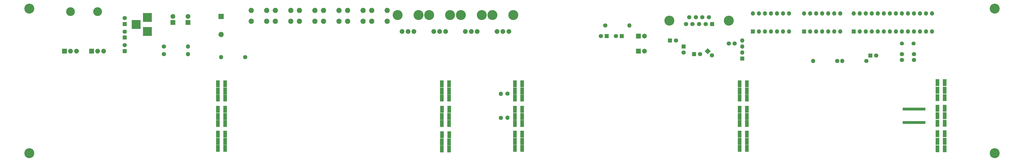
<source format=gbs>
G04 #@! TF.FileFunction,Soldermask,Bot*
%FSLAX46Y46*%
G04 Gerber Fmt 4.6, Leading zero omitted, Abs format (unit mm)*
G04 Created by KiCad (PCBNEW 4.0.7) date 05/08/18 23:55:34*
%MOMM*%
%LPD*%
G01*
G04 APERTURE LIST*
%ADD10C,0.100000*%
%ADD11R,1.800000X1.800000*%
%ADD12C,1.800000*%
%ADD13C,4.200000*%
%ADD14R,1.595000X2.900000*%
%ADD15C,1.700000*%
%ADD16R,3.700000X3.700000*%
%ADD17O,1.800000X1.800000*%
%ADD18R,2.000000X2.000000*%
%ADD19C,2.000000*%
%ADD20C,2.200000*%
%ADD21R,2.200000X2.200000*%
%ADD22O,3.700000X3.700000*%
%ADD23O,2.000000X2.000000*%
%ADD24R,0.485000X1.300000*%
G04 APERTURE END LIST*
D10*
D11*
X309880000Y-180975000D03*
D12*
X307110000Y-180975000D03*
X304340000Y-180975000D03*
X301570000Y-180975000D03*
X298800000Y-180975000D03*
X308495000Y-178135000D03*
X305725000Y-178135000D03*
X302955000Y-178135000D03*
X300185000Y-178135000D03*
D13*
X316840000Y-179555000D03*
X291840000Y-179555000D03*
D14*
X104517500Y-233500000D03*
X101482500Y-233500000D03*
X104517500Y-230500000D03*
X101482500Y-230500000D03*
X198962500Y-206250000D03*
X195927500Y-206250000D03*
X198962500Y-209250000D03*
X195927500Y-209250000D03*
X198962500Y-212250000D03*
X195927500Y-212250000D03*
D15*
X389890000Y-189230000D03*
X394770000Y-189230000D03*
D12*
X389890000Y-193675000D03*
X389890000Y-196175000D03*
X394970000Y-193675000D03*
X394970000Y-196175000D03*
D16*
X71755000Y-184150000D03*
X71755000Y-178150000D03*
X67055000Y-181150000D03*
D14*
X104517500Y-206250000D03*
X101482500Y-206250000D03*
X104517500Y-209250000D03*
X101482500Y-209250000D03*
X104517500Y-212250000D03*
X101482500Y-212250000D03*
X104517500Y-217000000D03*
X101482500Y-217000000D03*
X104517500Y-220000000D03*
X101482500Y-220000000D03*
X104517500Y-223000000D03*
X101482500Y-223000000D03*
D11*
X369570000Y-184150000D03*
D17*
X402590000Y-176530000D03*
X372110000Y-184150000D03*
X400050000Y-176530000D03*
X374650000Y-184150000D03*
X397510000Y-176530000D03*
X377190000Y-184150000D03*
X394970000Y-176530000D03*
X379730000Y-184150000D03*
X392430000Y-176530000D03*
X382270000Y-184150000D03*
X389890000Y-176530000D03*
X384810000Y-184150000D03*
X387350000Y-176530000D03*
X387350000Y-184150000D03*
X384810000Y-176530000D03*
X389890000Y-184150000D03*
X382270000Y-176530000D03*
X392430000Y-184150000D03*
X379730000Y-176530000D03*
X394970000Y-184150000D03*
X377190000Y-176530000D03*
X397510000Y-184150000D03*
X374650000Y-176530000D03*
X400050000Y-184150000D03*
X372110000Y-176530000D03*
X402590000Y-184150000D03*
X369570000Y-176530000D03*
D18*
X82550000Y-180340000D03*
D19*
X82550000Y-177800000D03*
D14*
X104517500Y-227500000D03*
X101482500Y-227500000D03*
D11*
X348615000Y-184150000D03*
D17*
X363855000Y-176530000D03*
X351155000Y-184150000D03*
X361315000Y-176530000D03*
X353695000Y-184150000D03*
X358775000Y-176530000D03*
X356235000Y-184150000D03*
X356235000Y-176530000D03*
X358775000Y-184150000D03*
X353695000Y-176530000D03*
X361315000Y-184150000D03*
X351155000Y-176530000D03*
X363855000Y-184150000D03*
X348615000Y-176530000D03*
D20*
X166370000Y-179760000D03*
X166370000Y-175260000D03*
X172870000Y-179760000D03*
X172870000Y-175260000D03*
X156210000Y-179760000D03*
X156210000Y-175260000D03*
X162710000Y-179760000D03*
X162710000Y-175260000D03*
X146050000Y-179760000D03*
X146050000Y-175260000D03*
X152550000Y-179760000D03*
X152550000Y-175260000D03*
X135890000Y-179760000D03*
X135890000Y-175260000D03*
X142390000Y-179760000D03*
X142390000Y-175260000D03*
X125730000Y-179760000D03*
X125730000Y-175260000D03*
X132230000Y-179760000D03*
X132230000Y-175260000D03*
X115570000Y-179760000D03*
X115570000Y-175260000D03*
X122070000Y-179760000D03*
X122070000Y-175260000D03*
D19*
X179150000Y-184150000D03*
X181650000Y-184150000D03*
X184150000Y-184150000D03*
D13*
X177250000Y-177150000D03*
X186050000Y-177150000D03*
D21*
X102870000Y-177800000D03*
D20*
X102870000Y-185400000D03*
D12*
X316865000Y-189230000D03*
X319365000Y-189230000D03*
D18*
X278765000Y-192405000D03*
D19*
X281305000Y-192405000D03*
D18*
X278765000Y-186055000D03*
D19*
X281305000Y-186055000D03*
D18*
X88900000Y-180340000D03*
D19*
X88900000Y-177800000D03*
D12*
X113030000Y-194945000D03*
D17*
X102870000Y-194945000D03*
D14*
X199017500Y-217000000D03*
X195982500Y-217000000D03*
X198962500Y-220000000D03*
X195927500Y-220000000D03*
X198962500Y-223000000D03*
X195927500Y-223000000D03*
X199017500Y-227750000D03*
X195982500Y-227750000D03*
X198962500Y-230750000D03*
X195927500Y-230750000D03*
X198962500Y-233750000D03*
X195927500Y-233750000D03*
X226732500Y-212250000D03*
X229767500Y-212250000D03*
X226732500Y-209250000D03*
X229767500Y-209250000D03*
X226732500Y-206250000D03*
X229767500Y-206250000D03*
X226732500Y-223000000D03*
X229767500Y-223000000D03*
X226732500Y-220000000D03*
X229767500Y-220000000D03*
X226732500Y-217000000D03*
X229767500Y-217000000D03*
X226732500Y-233500000D03*
X229767500Y-233500000D03*
X226732500Y-230500000D03*
X229767500Y-230500000D03*
X226732500Y-227500000D03*
X229767500Y-227500000D03*
X321482500Y-212250000D03*
X324517500Y-212250000D03*
X321482500Y-209250000D03*
X324517500Y-209250000D03*
X321482500Y-206250000D03*
X324517500Y-206250000D03*
X321482500Y-223000000D03*
X324517500Y-223000000D03*
X321482500Y-220000000D03*
X324517500Y-220000000D03*
X321482500Y-217000000D03*
X324517500Y-217000000D03*
X321482500Y-233500000D03*
X324517500Y-233500000D03*
X321482500Y-230500000D03*
X324517500Y-230500000D03*
X321482500Y-227500000D03*
X324517500Y-227500000D03*
D12*
X362585000Y-196596000D03*
D17*
X352425000Y-196596000D03*
D12*
X223600000Y-210400000D03*
D17*
X223600000Y-220560000D03*
D12*
X264795000Y-181610000D03*
D17*
X274955000Y-181610000D03*
D12*
X374904000Y-196596000D03*
D17*
X364744000Y-196596000D03*
D12*
X220800000Y-220600000D03*
D17*
X220800000Y-210440000D03*
D12*
X78740000Y-193675000D03*
D17*
X88900000Y-193675000D03*
D12*
X78740000Y-190500000D03*
D17*
X88900000Y-190500000D03*
D14*
X407917500Y-205740000D03*
X404882500Y-205740000D03*
X407917500Y-208915000D03*
X404882500Y-208915000D03*
X407917500Y-212090000D03*
X404882500Y-212090000D03*
X407917500Y-216535000D03*
X404882500Y-216535000D03*
X407917500Y-219710000D03*
X404882500Y-219710000D03*
X407917500Y-222885000D03*
X404882500Y-222885000D03*
X407917500Y-227330000D03*
X404882500Y-227330000D03*
X407917500Y-230505000D03*
X404882500Y-230505000D03*
X407917500Y-233680000D03*
X404882500Y-233680000D03*
D19*
X192485000Y-184150000D03*
X194985000Y-184150000D03*
X197485000Y-184150000D03*
D13*
X190585000Y-177150000D03*
X199385000Y-177150000D03*
D19*
X205820000Y-184150000D03*
X208320000Y-184150000D03*
X210820000Y-184150000D03*
D13*
X203920000Y-177150000D03*
X212720000Y-177150000D03*
D19*
X219155000Y-184150000D03*
X221655000Y-184150000D03*
X224155000Y-184150000D03*
D13*
X217255000Y-177150000D03*
X226055000Y-177150000D03*
D11*
X327025000Y-184150000D03*
D17*
X342265000Y-176530000D03*
X329565000Y-184150000D03*
X339725000Y-176530000D03*
X332105000Y-184150000D03*
X337185000Y-176530000D03*
X334645000Y-184150000D03*
X334645000Y-176530000D03*
X337185000Y-184150000D03*
X332105000Y-176530000D03*
X339725000Y-184150000D03*
X329565000Y-176530000D03*
X342265000Y-184150000D03*
X327025000Y-176530000D03*
D22*
X50800000Y-175745000D03*
D18*
X48260000Y-192405000D03*
D23*
X50800000Y-192405000D03*
X53340000Y-192405000D03*
D24*
X390470000Y-216860000D03*
X390970000Y-216860000D03*
X391470000Y-216860000D03*
X391970000Y-216860000D03*
X392470000Y-216860000D03*
X392970000Y-216860000D03*
X393470000Y-216860000D03*
X393970000Y-216860000D03*
X394470000Y-216860000D03*
X394970000Y-216860000D03*
X395470000Y-216860000D03*
X395970000Y-216860000D03*
X396470000Y-216860000D03*
X396970000Y-216860000D03*
X397470000Y-216860000D03*
X397970000Y-216860000D03*
X398470000Y-216860000D03*
X398970000Y-216860000D03*
X399470000Y-216860000D03*
X399470000Y-222560000D03*
X398970000Y-222560000D03*
X398470000Y-222560000D03*
X397970000Y-222560000D03*
X397470000Y-222560000D03*
X396970000Y-222560000D03*
X396470000Y-222560000D03*
X395970000Y-222560000D03*
X395470000Y-222560000D03*
X394970000Y-222560000D03*
X394470000Y-222560000D03*
X393970000Y-222560000D03*
X393470000Y-222560000D03*
X392970000Y-222560000D03*
X392470000Y-222560000D03*
X391970000Y-222560000D03*
X391470000Y-222560000D03*
X390970000Y-222560000D03*
X390470000Y-222560000D03*
D22*
X39370000Y-175745000D03*
D18*
X36830000Y-192405000D03*
D23*
X39370000Y-192405000D03*
X41910000Y-192405000D03*
D11*
X265430000Y-186055000D03*
D12*
X262930000Y-186055000D03*
D11*
X376555000Y-194310000D03*
D12*
X379055000Y-194310000D03*
D11*
X271780000Y-186055000D03*
D12*
X269280000Y-186055000D03*
D11*
X62230000Y-192405000D03*
D12*
X62230000Y-189905000D03*
D11*
X62230000Y-180975000D03*
D12*
X62230000Y-178475000D03*
D11*
X62230000Y-186690000D03*
D12*
X62230000Y-184190000D03*
D11*
X302260000Y-193675000D03*
D12*
X304760000Y-193675000D03*
D10*
G36*
X306702208Y-192405000D02*
X307975000Y-191132208D01*
X309247792Y-192405000D01*
X307975000Y-193677792D01*
X306702208Y-192405000D01*
X306702208Y-192405000D01*
G37*
D12*
X309742767Y-194172767D03*
D11*
X297815000Y-190500000D03*
D12*
X297815000Y-193000000D03*
D11*
X292100000Y-187960000D03*
D12*
X294600000Y-187960000D03*
D11*
X322580000Y-195580000D03*
D17*
X322580000Y-193040000D03*
X322580000Y-190500000D03*
X322580000Y-187960000D03*
D13*
X22000000Y-174500000D03*
X22000000Y-235500000D03*
X429000000Y-174500000D03*
X429000000Y-235500000D03*
M02*

</source>
